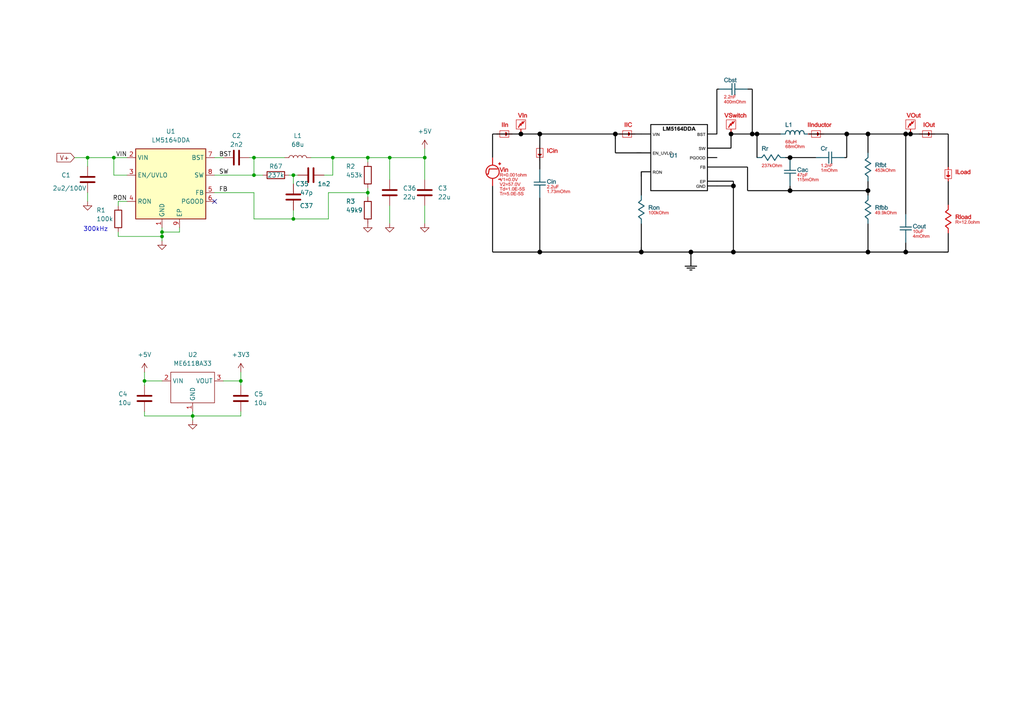
<source format=kicad_sch>
(kicad_sch (version 20211123) (generator eeschema)
  (paper "A4")
  (lib_symbols
    (symbol "Device:C" (pin_numbers hide) (pin_names (offset 0.254))
      (property "Reference" "C" (at 0.635 2.54 0))
      (property "Value" "C" (at 0.635 -2.54 0))
      (symbol "C_0_1"
        (polyline (pts (xy -2.032 -0.762) (xy 2.032 -0.762)) (stroke (width 0.508)))
        (polyline (pts (xy -2.032 0.762) (xy 2.032 0.762)) (stroke (width 0.508)))
      )
      (symbol "C_1_1"
        (pin passive line (at 0 3.81 270) (length 2.794) (name "~") (number "1"))
        (pin passive line (at 0 -3.81 90) (length 2.794) (name "~") (number "2"))
      )
    )
    (symbol "Device:L" (pin_numbers hide) (pin_names (offset 1.016) hide)
      (property "Reference" "L" (at -1.27 0 90))
      (property "Value" "L" (at 1.905 0 90))
      (symbol "L_0_1"
        (arc (start 0 -2.54) (mid 0.635 -1.905) (end 0 -1.27))
        (arc (start 0 -1.27) (mid 0.635 -0.635) (end 0 0))
        (arc (start 0 0) (mid 0.635 0.635) (end 0 1.27))
        (arc (start 0 1.27) (mid 0.635 1.905) (end 0 2.54))
      )
      (symbol "L_1_1"
        (pin passive line (at 0 3.81 270) (length 1.27) (name "1") (number "1"))
        (pin passive line (at 0 -3.81 90) (length 1.27) (name "2") (number "2"))
      )
    )
    (symbol "Device:R" (pin_numbers hide) (pin_names (offset 0))
      (property "Reference" "R" (at 2.032 0 90))
      (property "Value" "R" (at 0 0 90))
      (symbol "R_0_1"
        (rectangle (start -1.016 -2.54) (end 1.016 2.54) (stroke (width 0.254)))
      )
      (symbol "R_1_1"
        (pin passive line (at 0 3.81 270) (length 1.27) (name "~") (number "1"))
        (pin passive line (at 0 -3.81 90) (length 1.27) (name "~") (number "2"))
      )
    )
    (symbol "Flux:ME6118A33"
      (property "Reference" "U" (at -2.54 0 0))
      (property "Value" "ME6118A33" (at 0 2.54 0))
      (symbol "ME6118A33_0_1"
        (rectangle (start -6.35 -1.27) (end 6.35 -10.16))
      )
      (symbol "ME6118A33_1_1"
        (pin input line (at 0 -12.7 90) (length 2.54) (name "GND") (number "1"))
        (pin input line (at -8.89 -3.81 0) (length 2.54) (name "VIN") (number "2"))
        (pin input line (at 8.89 -3.81 180) (length 2.54) (name "VOUT") (number "3"))
      )
    )
    (symbol "Regulator_Switching:LM5164DDA"
      (property "Reference" "U" (at -8.89 11.43 0))
      (property "Value" "LM5164DDA" (at 5.08 11.43 0))
      (symbol "LM5164DDA_1_1"
        (rectangle (start -10.16 10.16) (end 10.16 -10.16) (stroke (width 0.254)) (fill (type background)))
        (pin power_in line (at -2.54 -12.7 90) (length 2.54) (name "GND") (number "1"))
        (pin power_in line (at -12.7 7.62 0) (length 2.54) (name "VIN") (number "2"))
        (pin input line (at -12.7 2.54 0) (length 2.54) (name "EN/UVLO") (number "3"))
        (pin passive line (at -12.7 -5.08 0) (length 2.54) (name "RON") (number "4"))
        (pin input line (at 12.7 -2.54 180) (length 2.54) (name "FB") (number "5"))
        (pin open_collector line (at 12.7 -5.08 180) (length 2.54) (name "PGOOD") (number "6"))
        (pin passive line (at 12.7 7.62 180) (length 2.54) (name "BST") (number "7"))
        (pin power_out line (at 12.7 2.54 180) (length 2.54) (name "SW") (number "8"))
        (pin passive line (at 2.54 -12.7 90) (length 2.54) (name "EP") (number "9"))
      )
    )
    (symbol "power:+3V3" (power) (pin_names (offset 0))
      (property "Value" "+3V3" (at 0 3.556 0))
      (symbol "+3V3_0_1"
        (polyline (pts (xy -0.762 1.27) (xy 0 2.54)))
        (polyline (pts (xy 0 0) (xy 0 2.54)))
        (polyline (pts (xy 0 2.54) (xy 0.762 1.27)))
      )
      (symbol "+3V3_1_1"
        (pin power_in line (at 0 0 90) (length 0) hide (name "+3V3") (number "1"))
      )
    )
    (symbol "power:+5V" (power) (pin_names (offset 0))
      (property "Value" "+5V" (at 0 3.556 0))
      (symbol "+5V_0_1"
        (polyline (pts (xy -0.762 1.27) (xy 0 2.54)))
        (polyline (pts (xy 0 0) (xy 0 2.54)))
        (polyline (pts (xy 0 2.54) (xy 0.762 1.27)))
      )
      (symbol "+5V_1_1"
        (pin power_in line (at 0 0 90) (length 0) hide (name "+5V") (number "1"))
      )
    )
    (symbol "power:GND" (power) (pin_names (offset 0))
      (property "Value" "GND" (at 0 -3.81 0))
      (symbol "GND_0_1"
        (polyline (pts (xy 0 0) (xy 0 -1.27) (xy 1.27 -1.27) (xy 0 -2.54) (xy -1.27 -1.27) (xy 0 -1.27)))
      )
      (symbol "GND_1_1"
        (pin power_in line (at 0 0 270) (length 0) hide (name "GND") (number "1"))
      )
    )
  )
  (junction (at 25.4 45.72))
  (junction (at 85.09 50.8))
  (junction (at 46.99 68.58))
  (junction (at 55.88 120.65))
  (junction (at 123.19 45.72))
  (junction (at 113.03 45.72))
  (junction (at 73.66 45.72))
  (junction (at 106.68 55.88))
  (junction (at 106.68 45.72))
  (junction (at 73.66 50.8))
  (junction (at 46.99 67.31))
  (junction (at 41.91 110.49))
  (junction (at 85.09 63.5))
  (junction (at 33.02 45.72))
  (junction (at 96.52 45.72))
  (junction (at 69.85 110.49))
  (no_connect (at 62.23 58.42))
  (wire (pts (xy 123.19 43.18) (xy 123.19 45.72)))
  (wire (pts (xy 33.02 45.72) (xy 36.83 45.72)))
  (wire (pts (xy 41.91 120.65) (xy 55.88 120.65)))
  (wire (pts (xy 95.25 63.5) (xy 95.25 55.88)))
  (wire (pts (xy 64.77 110.49) (xy 69.85 110.49)))
  (wire (pts (xy 123.19 59.69) (xy 123.19 64.77)))
  (wire (pts (xy 106.68 55.88) (xy 106.68 57.15)))
  (wire (pts (xy 106.68 54.61) (xy 106.68 55.88)))
  (wire (pts (xy 55.88 119.38) (xy 55.88 120.65)))
  (wire (pts (xy 69.85 110.49) (xy 69.85 111.76)))
  (wire (pts (xy 33.02 50.8) (xy 33.02 45.72)))
  (wire (pts (xy 72.39 45.72) (xy 73.66 45.72)))
  (wire (pts (xy 85.09 50.8) (xy 86.36 50.8)))
  (wire (pts (xy 52.07 67.31) (xy 46.99 67.31)))
  (wire (pts (xy 95.25 55.88) (xy 106.68 55.88)))
  (wire (pts (xy 46.99 67.31) (xy 46.99 68.58)))
  (wire (pts (xy 73.66 45.72) (xy 73.66 50.8)))
  (wire (pts (xy 113.03 45.72) (xy 106.68 45.72)))
  (wire (pts (xy 25.4 55.88) (xy 25.4 58.42)))
  (wire (pts (xy 69.85 120.65) (xy 55.88 120.65)))
  (wire (pts (xy 93.98 50.8) (xy 96.52 50.8)))
  (wire (pts (xy 41.91 110.49) (xy 46.99 110.49)))
  (wire (pts (xy 96.52 50.8) (xy 96.52 45.72)))
  (wire (pts (xy 73.66 63.5) (xy 85.09 63.5)))
  (wire (pts (xy 90.17 45.72) (xy 96.52 45.72)))
  (wire (pts (xy 34.29 67.31) (xy 34.29 68.58)))
  (wire (pts (xy 21.59 45.72) (xy 25.4 45.72)))
  (wire (pts (xy 73.66 55.88) (xy 73.66 63.5)))
  (wire (pts (xy 25.4 45.72) (xy 33.02 45.72)))
  (wire (pts (xy 34.29 58.42) (xy 36.83 58.42)))
  (wire (pts (xy 83.82 50.8) (xy 85.09 50.8)))
  (wire (pts (xy 85.09 50.8) (xy 85.09 53.34)))
  (wire (pts (xy 34.29 59.69) (xy 34.29 58.42)))
  (wire (pts (xy 41.91 107.95) (xy 41.91 110.49)))
  (wire (pts (xy 123.19 45.72) (xy 113.03 45.72)))
  (wire (pts (xy 62.23 50.8) (xy 73.66 50.8)))
  (wire (pts (xy 73.66 45.72) (xy 82.55 45.72)))
  (wire (pts (xy 55.88 120.65) (xy 55.88 121.92)))
  (wire (pts (xy 85.09 63.5) (xy 95.25 63.5)))
  (wire (pts (xy 62.23 45.72) (xy 64.77 45.72)))
  (wire (pts (xy 34.29 68.58) (xy 46.99 68.58)))
  (wire (pts (xy 52.07 66.04) (xy 52.07 67.31)))
  (wire (pts (xy 46.99 66.04) (xy 46.99 67.31)))
  (wire (pts (xy 73.66 50.8) (xy 76.2 50.8)))
  (wire (pts (xy 85.09 60.96) (xy 85.09 63.5)))
  (wire (pts (xy 113.03 45.72) (xy 113.03 52.07)))
  (wire (pts (xy 36.83 50.8) (xy 33.02 50.8)))
  (wire (pts (xy 62.23 55.88) (xy 73.66 55.88)))
  (wire (pts (xy 25.4 45.72) (xy 25.4 48.26)))
  (wire (pts (xy 41.91 119.38) (xy 41.91 120.65)))
  (wire (pts (xy 69.85 107.95) (xy 69.85 110.49)))
  (wire (pts (xy 96.52 45.72) (xy 106.68 45.72)))
  (wire (pts (xy 41.91 111.76) (xy 41.91 110.49)))
  (wire (pts (xy 69.85 119.38) (xy 69.85 120.65)))
  (wire (pts (xy 113.03 59.69) (xy 113.03 64.77)))
  (wire (pts (xy 123.19 52.07) (xy 123.19 45.72)))
  (wire (pts (xy 46.99 68.58) (xy 46.99 69.85)))
  (wire (pts (xy 106.68 45.72) (xy 106.68 46.99)))
  (image (at 213.36 50.8) (scale 0.945199))
  (text "300kHz\n" (at 24.13 67.31 0) (effects (font (size 1.27 1.27)) (justify left bottom)))
  (label "VIN" (at 36.83 45.72 180))
  (label "SW" (at 63.5 50.8 0))
  (label "FB" (at 63.5 55.88 0))
  (label "BST" (at 63.5 45.72 0))
  (label "RON" (at 36.83 58.42 180))
  (global_label "V+" (shape input) (at 21.59 45.72 180) (property "Intersheet References" "${INTERSHEET_REFS}" (effects hide)))
  (symbol (lib_id "Device:C") (at 68.58 45.72 90) (unit 1)
    (property "Reference" "C2" (at 68.58 39.37 90))
    (property "Value" "2n2" (at 68.58 41.91 90))
    (property "Footprint" "Capacitor_SMD:C_0805_2012Metric" (effects hide))
  )
  (symbol (lib_id "power:GND") (at 113.03 64.77 0) (unit 1)
    (property "Reference" "#PWR035" (effects hide))
    (property "Value" "GND" (effects hide))
  )
  (symbol (lib_id "Device:R") (at 80.01 50.8 90) (unit 1)
    (property "Reference" "R67" (at 80.01 48.26 90))
    (property "Value" "237k" (at 80.01 50.8 90))
    (property "Footprint" "Resistor_SMD:R_0805_2012Metric" (effects hide))
  )
  (symbol (lib_id "power:GND") (at 123.19 64.77 0) (unit 1)
    (property "Reference" "#PWR0107" (effects hide))
    (property "Value" "GND" (effects hide))
  )
  (symbol (lib_id "Device:C") (at 113.03 55.88 0) (unit 1)
    (property "Reference" "C36" (at 116.84 54.6099 0) (effects (justify left)))
    (property "Value" "22u" (at 116.84 57.1499 0) (effects (justify left)))
    (property "Footprint" "Capacitor_SMD:C_0805_2012Metric" (effects hide))
    (property "LCSC" "C309062" (effects hide))
  )
  (symbol (lib_id "Regulator_Switching:LM5164DDA") (at 49.53 53.34 0) (unit 1)
    (property "Reference" "U1" (at 49.53 38.1 0))
    (property "Value" "LM5164DDA" (at 49.53 40.64 0))
    (property "Footprint" "Package_SO:HSOP-8-1EP_3.9x4.9mm_P1.27mm_EP2.41x3.1mm_ThermalVias" (effects hide))
    (property "Datasheet" "https://www.ti.com/lit/ds/symlink/lm5164.pdf?ts=1598311864250&ref_url=https%253A%252F%252Fwww.ti.com%252Fproduct%252FLM5164%253FHQS%253DTI-null-null-octopart-df-pf-null-wwe" (effects hide))
    (property "LCSC" "C477928" (effects hide))
  )
  (symbol (lib_id "Flux:ME6118A33") (at 55.88 106.68 0) (unit 1)
    (property "Reference" "U2" (at 55.88 102.87 0))
    (property "Value" "ME6118A33" (at 55.88 105.41 0))
    (property "Footprint" "Package_TO_SOT_SMD:SOT-89-3" (effects hide))
    (property "Datasheet" "https://datasheet.lcsc.com/lcsc/1808091837_MICRONE-Nanjing-Micro-One-Elec-ME6118A33PG_C236721.pdf" (effects hide))
    (property "LCSC" "C236721" (effects hide))
  )
  (symbol (lib_id "power:GND") (at 55.88 121.92 0) (unit 1)
    (property "Reference" "#PWR0104" (effects hide))
    (property "Value" "GND" (effects hide))
  )
  (symbol (lib_id "Device:C") (at 123.19 55.88 0) (unit 1)
    (property "Reference" "C3" (at 127 54.6099 0) (effects (justify left)))
    (property "Value" "22u" (at 127 57.1499 0) (effects (justify left)))
    (property "Footprint" "Capacitor_SMD:C_1210_3225Metric" (effects hide))
    (property "LCSC" "C309062" (effects hide))
  )
  (symbol (lib_id "Device:R") (at 106.68 50.8 0) (unit 1)
    (property "Reference" "R2" (at 100.33 48.26 0) (effects (justify left)))
    (property "Value" "453k" (at 100.33 50.8 0) (effects (justify left)))
    (property "Footprint" "Resistor_SMD:R_0805_2012Metric" (effects hide))
    (property "LCSC" "C367975" (effects hide))
  )
  (symbol (lib_id "Device:C") (at 69.85 115.57 0) (unit 1)
    (property "Reference" "C5" (at 73.66 114.2999 0) (effects (justify left)))
    (property "Value" "10u" (at 73.66 116.8399 0) (effects (justify left)))
    (property "Footprint" "Capacitor_SMD:C_0805_2012Metric" (effects hide))
    (property "LCSC" "C17024" (effects hide))
  )
  (symbol (lib_id "power:GND") (at 106.68 64.77 0) (unit 1)
    (property "Reference" "#PWR0108" (effects hide))
    (property "Value" "GND" (effects hide))
  )
  (symbol (lib_id "Device:C") (at 25.4 52.07 0) (unit 1)
    (property "Reference" "C1" (at 17.78 50.8 0) (effects (justify left)))
    (property "Value" "2u2/100V" (at 15.24 54.61 0) (effects (justify left)))
    (property "Footprint" "Capacitor_SMD:C_1206_3216Metric" (effects hide))
    (property "LCSC" "C577211" (effects hide))
  )
  (symbol (lib_id "Device:L") (at 86.36 45.72 90) (unit 1)
    (property "Reference" "L1" (at 86.36 39.37 90))
    (property "Value" "68u" (at 86.36 41.91 90))
    (property "Footprint" "Inductor_SMD:L_Taiyo-Yuden_NR-80xx" (effects hide))
    (property "LCSC" "C206245" (effects hide))
  )
  (symbol (lib_id "power:GND") (at 25.4 58.42 0) (unit 1)
    (property "Reference" "#PWR0110" (effects hide))
    (property "Value" "GND" (effects hide))
  )
  (symbol (lib_id "Device:C") (at 90.17 50.8 90) (unit 1)
    (property "Reference" "C35" (at 87.63 53.34 90))
    (property "Value" "1n2" (at 93.98 53.34 90))
    (property "Footprint" "Capacitor_SMD:C_0603_1608Metric" (effects hide))
  )
  (symbol (lib_id "power:+3V3") (at 69.85 107.95 0) (unit 1)
    (property "Reference" "#PWR0105" (effects hide))
    (property "Value" "+3V3" (at 69.85 102.87 0))
  )
  (symbol (lib_id "power:+5V") (at 41.91 107.95 0) (unit 1)
    (property "Reference" "#PWR0103" (effects hide))
    (property "Value" "+5V" (at 41.91 102.87 0))
  )
  (symbol (lib_id "Device:R") (at 106.68 60.96 0) (unit 1)
    (property "Reference" "R3" (at 100.33 58.42 0) (effects (justify left)))
    (property "Value" "49k9" (at 100.33 60.96 0) (effects (justify left)))
    (property "Footprint" "Resistor_SMD:R_0805_2012Metric" (effects hide))
  )
  (symbol (lib_id "Device:R") (at 34.29 63.5 0) (unit 1)
    (property "Reference" "R1" (at 27.94 60.96 0) (effects (justify left)))
    (property "Value" "100k" (at 27.94 63.5 0) (effects (justify left)))
    (property "Footprint" "Resistor_SMD:R_0805_2012Metric" (effects hide))
  )
  (symbol (lib_id "power:+5V") (at 123.19 43.18 0) (unit 1)
    (property "Reference" "#PWR0106" (effects hide))
    (property "Value" "+5V" (at 123.19 38.1 0))
  )
  (symbol (lib_id "Device:C") (at 85.09 57.15 180) (unit 1)
    (property "Reference" "C37" (at 88.9 59.69 0))
    (property "Value" "47p" (at 88.9 55.88 0))
    (property "Footprint" "Capacitor_SMD:C_0805_2012Metric" (effects hide))
  )
  (symbol (lib_id "Device:C") (at 41.91 115.57 0) (unit 1)
    (property "Reference" "C4" (at 34.29 114.3 0) (effects (justify left)))
    (property "Value" "10u" (at 34.29 116.84 0) (effects (justify left)))
    (property "Footprint" "Capacitor_SMD:C_0805_2012Metric" (effects hide))
    (property "LCSC" "C17024" (effects hide))
  )
  (symbol (lib_id "power:GND") (at 46.99 69.85 0) (unit 1)
    (property "Reference" "#PWR0109" (effects hide))
    (property "Value" "GND" (effects hide))
  )
)
</source>
